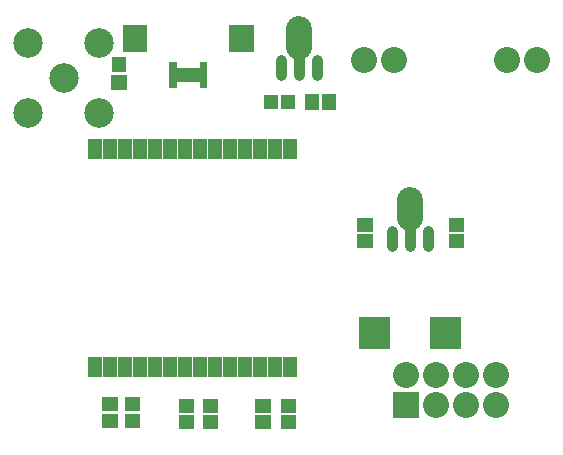
<source format=gts>
G04 Layer: TopSolderMaskLayer*
G04 EasyEDA v6.1.49, Sat, 25 May 2019 11:17:53 GMT*
G04 fc3d14014b1447b58ced6bada5ffd274,46bf6a40d4384fdb86bc8fc37bf60e4c,10*
G04 Gerber Generator version 0.2*
G04 Scale: 100 percent, Rotated: No, Reflected: No *
G04 Dimensions in millimeters *
G04 leading zeros omitted , absolute positions ,3 integer and 3 decimal *
%FSLAX33Y33*%
%MOMM*%
G90*
G71D02*

%ADD33C,2.203196*%
%ADD34C,0.903199*%
%ADD37C,2.503195*%
%ADD41R,1.203198X1.303198*%

%LPD*%
G54D33*
G01X25041Y42030D02*
G01X25041Y43530D01*
G54D34*
G01X25041Y39680D02*
G01X25041Y41080D01*
G01X26542Y39681D02*
G01X26542Y40881D01*
G01X23539Y39681D02*
G01X23539Y40881D01*
G54D33*
G01X34439Y27552D02*
G01X34439Y29052D01*
G54D34*
G01X34439Y25202D02*
G01X34439Y26602D01*
G01X35940Y25203D02*
G01X35940Y26403D01*
G01X32937Y25203D02*
G01X32937Y26403D01*
G36*
G01X9199Y39933D02*
G01X9199Y41137D01*
G01X10403Y41137D01*
G01X10403Y39933D01*
G01X9199Y39933D01*
G37*
G36*
G01X9148Y38409D02*
G01X9148Y39610D01*
G01X10453Y39610D01*
G01X10453Y38409D01*
G01X9148Y38409D01*
G37*
G54D37*
G01X5102Y39392D03*
G01X8101Y36392D03*
G01X2102Y36392D03*
G01X2102Y42391D03*
G01X8101Y42391D03*
G36*
G01X14014Y38533D02*
G01X14014Y40735D01*
G01X14670Y40735D01*
G01X14670Y38533D01*
G01X14014Y38533D01*
G37*
G36*
G01X14665Y39033D02*
G01X14665Y40235D01*
G01X15320Y40235D01*
G01X15320Y39033D01*
G01X14665Y39033D01*
G37*
G36*
G01X15315Y39033D02*
G01X15315Y40235D01*
G01X15970Y40235D01*
G01X15970Y39033D01*
G01X15315Y39033D01*
G37*
G36*
G01X15965Y39033D02*
G01X15965Y40235D01*
G01X16620Y40235D01*
G01X16620Y39033D01*
G01X15965Y39033D01*
G37*
G36*
G01X16615Y38533D02*
G01X16615Y40735D01*
G01X17271Y40735D01*
G01X17271Y38533D01*
G01X16615Y38533D01*
G37*
G36*
G01X10090Y41553D02*
G01X10090Y43857D01*
G01X12193Y43857D01*
G01X12193Y41553D01*
G01X10090Y41553D01*
G37*
G36*
G01X19092Y41553D02*
G01X19092Y43857D01*
G01X21195Y43857D01*
G01X21195Y41553D01*
G01X19092Y41553D01*
G37*
G36*
G01X14863Y11043D02*
G01X14863Y12244D01*
G01X16168Y12244D01*
G01X16168Y11043D01*
G01X14863Y11043D01*
G37*
G36*
G01X14863Y9643D02*
G01X14863Y10844D01*
G01X16168Y10844D01*
G01X16168Y9643D01*
G01X14863Y9643D01*
G37*
G36*
G01X21340Y11043D02*
G01X21340Y12244D01*
G01X22645Y12244D01*
G01X22645Y11043D01*
G01X21340Y11043D01*
G37*
G36*
G01X21340Y9643D02*
G01X21340Y10844D01*
G01X22645Y10844D01*
G01X22645Y9643D01*
G01X21340Y9643D01*
G37*
G36*
G01X8386Y11170D02*
G01X8386Y12371D01*
G01X9691Y12371D01*
G01X9691Y11170D01*
G01X8386Y11170D01*
G37*
G36*
G01X8386Y9770D02*
G01X8386Y10971D01*
G01X9691Y10971D01*
G01X9691Y9770D01*
G01X8386Y9770D01*
G37*
G54D41*
G01X22657Y37356D03*
G01X24058Y37356D03*
G36*
G01X26948Y36712D02*
G01X26948Y38015D01*
G01X28152Y38015D01*
G01X28152Y36712D01*
G01X26948Y36712D01*
G37*
G36*
G01X25549Y36712D02*
G01X25549Y38015D01*
G01X26752Y38015D01*
G01X26752Y36712D01*
G01X25549Y36712D01*
G37*
G36*
G01X29981Y24977D02*
G01X29981Y26181D01*
G01X31284Y26181D01*
G01X31284Y24977D01*
G01X29981Y24977D01*
G37*
G36*
G01X29981Y26377D02*
G01X29981Y27581D01*
G01X31284Y27581D01*
G01X31284Y26377D01*
G01X29981Y26377D01*
G37*
G36*
G01X37728Y24977D02*
G01X37728Y26181D01*
G01X39031Y26181D01*
G01X39031Y24977D01*
G01X37728Y24977D01*
G37*
G36*
G01X37728Y26377D02*
G01X37728Y27581D01*
G01X39031Y27581D01*
G01X39031Y26377D01*
G01X37728Y26377D01*
G37*
G36*
G01X30103Y16450D02*
G01X30103Y19153D01*
G01X32732Y19153D01*
G01X32732Y16450D01*
G01X30103Y16450D01*
G37*
G36*
G01X36148Y16450D02*
G01X36148Y19153D01*
G01X38777Y19153D01*
G01X38777Y16450D01*
G01X36148Y16450D01*
G37*
G36*
G01X10291Y9770D02*
G01X10291Y10971D01*
G01X11596Y10971D01*
G01X11596Y9770D01*
G01X10291Y9770D01*
G37*
G36*
G01X10291Y11170D02*
G01X10291Y12371D01*
G01X11596Y12371D01*
G01X11596Y11170D01*
G01X10291Y11170D01*
G37*
G36*
G01X16895Y9643D02*
G01X16895Y10844D01*
G01X18200Y10844D01*
G01X18200Y9643D01*
G01X16895Y9643D01*
G37*
G36*
G01X16895Y11043D02*
G01X16895Y12244D01*
G01X18200Y12244D01*
G01X18200Y11043D01*
G01X16895Y11043D01*
G37*
G36*
G01X23499Y9643D02*
G01X23499Y10844D01*
G01X24804Y10844D01*
G01X24804Y9643D01*
G01X23499Y9643D01*
G37*
G36*
G01X23499Y11043D02*
G01X23499Y12244D01*
G01X24804Y12244D01*
G01X24804Y11043D01*
G01X23499Y11043D01*
G37*
G36*
G01X10989Y14052D02*
G01X10989Y15757D01*
G01X12193Y15757D01*
G01X12193Y14052D01*
G01X10989Y14052D01*
G37*
G36*
G01X12259Y14052D02*
G01X12259Y15757D01*
G01X13463Y15757D01*
G01X13463Y14052D01*
G01X12259Y14052D01*
G37*
G36*
G01X13529Y14052D02*
G01X13529Y15757D01*
G01X14733Y15757D01*
G01X14733Y14052D01*
G01X13529Y14052D01*
G37*
G36*
G01X14799Y14052D02*
G01X14799Y15757D01*
G01X16003Y15757D01*
G01X16003Y14052D01*
G01X14799Y14052D01*
G37*
G36*
G01X16069Y14052D02*
G01X16069Y15757D01*
G01X17273Y15757D01*
G01X17273Y14052D01*
G01X16069Y14052D01*
G37*
G36*
G01X17339Y14052D02*
G01X17339Y15757D01*
G01X18543Y15757D01*
G01X18543Y14052D01*
G01X17339Y14052D01*
G37*
G36*
G01X18609Y14052D02*
G01X18609Y15757D01*
G01X19813Y15757D01*
G01X19813Y14052D01*
G01X18609Y14052D01*
G37*
G36*
G01X19879Y14052D02*
G01X19879Y15757D01*
G01X21083Y15757D01*
G01X21083Y14052D01*
G01X19879Y14052D01*
G37*
G36*
G01X23689Y32544D02*
G01X23689Y34248D01*
G01X24893Y34248D01*
G01X24893Y32544D01*
G01X23689Y32544D01*
G37*
G36*
G01X22419Y32544D02*
G01X22419Y34248D01*
G01X23623Y34248D01*
G01X23623Y32544D01*
G01X22419Y32544D01*
G37*
G36*
G01X21149Y32544D02*
G01X21149Y34248D01*
G01X22353Y34248D01*
G01X22353Y32544D01*
G01X21149Y32544D01*
G37*
G36*
G01X19879Y32544D02*
G01X19879Y34248D01*
G01X21083Y34248D01*
G01X21083Y32544D01*
G01X19879Y32544D01*
G37*
G36*
G01X18609Y32544D02*
G01X18609Y34248D01*
G01X19813Y34248D01*
G01X19813Y32544D01*
G01X18609Y32544D01*
G37*
G36*
G01X17339Y32544D02*
G01X17339Y34248D01*
G01X18543Y34248D01*
G01X18543Y32544D01*
G01X17339Y32544D01*
G37*
G36*
G01X16069Y32544D02*
G01X16069Y34248D01*
G01X17273Y34248D01*
G01X17273Y32544D01*
G01X16069Y32544D01*
G37*
G36*
G01X21149Y14052D02*
G01X21149Y15757D01*
G01X22353Y15757D01*
G01X22353Y14052D01*
G01X21149Y14052D01*
G37*
G36*
G01X22419Y14052D02*
G01X22419Y15757D01*
G01X23623Y15757D01*
G01X23623Y14052D01*
G01X22419Y14052D01*
G37*
G36*
G01X23689Y14052D02*
G01X23689Y15757D01*
G01X24893Y15757D01*
G01X24893Y14052D01*
G01X23689Y14052D01*
G37*
G36*
G01X9719Y14052D02*
G01X9719Y15757D01*
G01X10923Y15757D01*
G01X10923Y14052D01*
G01X9719Y14052D01*
G37*
G36*
G01X8449Y14052D02*
G01X8449Y15757D01*
G01X9653Y15757D01*
G01X9653Y14052D01*
G01X8449Y14052D01*
G37*
G36*
G01X7179Y14052D02*
G01X7179Y15757D01*
G01X8383Y15757D01*
G01X8383Y14052D01*
G01X7179Y14052D01*
G37*
G36*
G01X14799Y32544D02*
G01X14799Y34248D01*
G01X16003Y34248D01*
G01X16003Y32544D01*
G01X14799Y32544D01*
G37*
G36*
G01X13529Y32544D02*
G01X13529Y34248D01*
G01X14733Y34248D01*
G01X14733Y32544D01*
G01X13529Y32544D01*
G37*
G36*
G01X12259Y32544D02*
G01X12259Y34248D01*
G01X13463Y34248D01*
G01X13463Y32544D01*
G01X12259Y32544D01*
G37*
G36*
G01X10989Y32544D02*
G01X10989Y34248D01*
G01X12193Y34248D01*
G01X12193Y32544D01*
G01X10989Y32544D01*
G37*
G36*
G01X9719Y32544D02*
G01X9719Y34248D01*
G01X10923Y34248D01*
G01X10923Y32544D01*
G01X9719Y32544D01*
G37*
G36*
G01X8449Y32544D02*
G01X8449Y34248D01*
G01X9653Y34248D01*
G01X9653Y32544D01*
G01X8449Y32544D01*
G37*
G36*
G01X7179Y32544D02*
G01X7179Y34248D01*
G01X8383Y34248D01*
G01X8383Y32544D01*
G01X7179Y32544D01*
G37*
G36*
G01X32955Y10603D02*
G01X32955Y12808D01*
G01X35160Y12808D01*
G01X35160Y10603D01*
G01X32955Y10603D01*
G37*
G54D33*
G01X34058Y14246D03*
G01X36598Y11706D03*
G01X36598Y14246D03*
G01X39138Y11706D03*
G01X39138Y14246D03*
G01X41678Y11706D03*
G01X41678Y14246D03*
G01X30558Y40916D03*
G01X33098Y40916D03*
G01X42638Y40916D03*
G01X45178Y40916D03*
M00*
M02*

</source>
